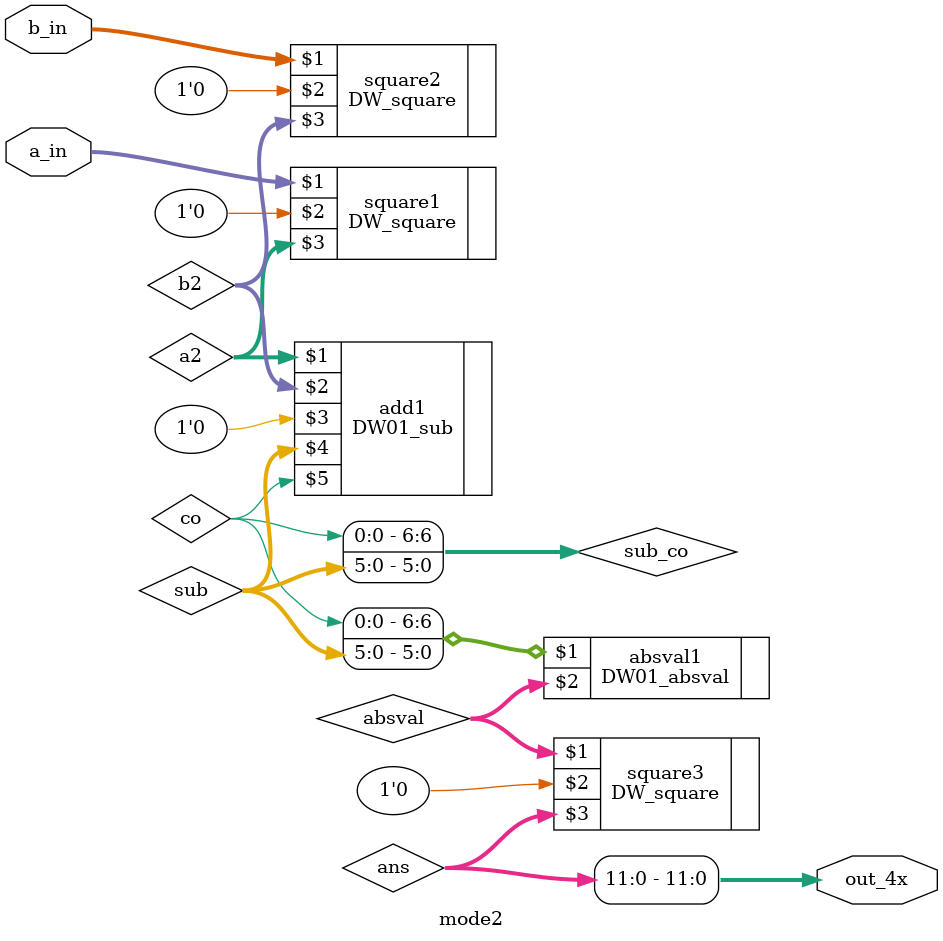
<source format=v>
module mode2(a_in,b_in,out_4x);

input [2:0]a_in,b_in;


output [11:0]out_4x;
wire [5:0]a2,b2,sub;
wire [6:0]sub_co,absval;
wire [13:0]ans;
wire co;


DW_square#(3) square1(a_in,1'b0,a2);
DW_square#(3) square2(b_in,1'b0,b2);
DW01_sub#(6) add1(a2,b2,1'b0,sub,co);
assign sub_co={co,sub[5:0]};
DW01_absval#(7) absval1(sub_co,absval);
DW_square#(7) square3(absval,1'b0,ans);
assign out_4x=ans[11:0];







endmodule
</source>
